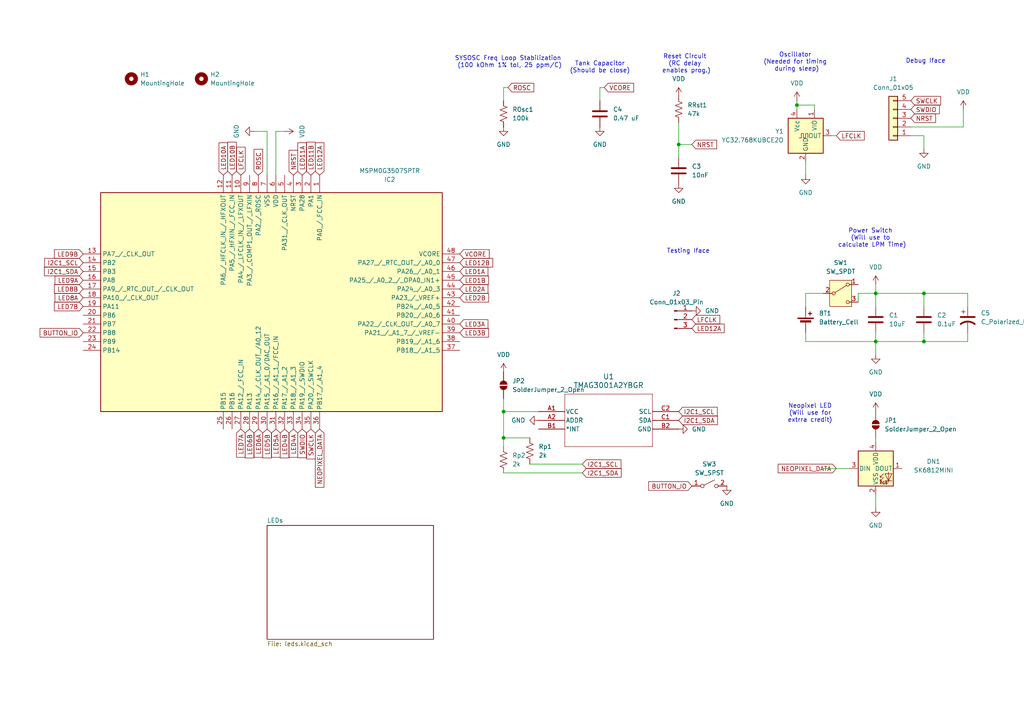
<source format=kicad_sch>
(kicad_sch (version 20250114) (generator "eeschema") (generator_version "9.0")
  (paper "A4")
  (lib_symbols
    (symbol "Connector:Conn_01x03_Pin" (pin_names (offset 1.016) (hide yes))
      (property "Reference" "J" (at 0 5.08 0))
      (property "Value" "Conn_01x03_Pin" (at 0 -5.08 0))
      (symbol "Conn_01x03_Pin_1_1"
        (rectangle (start 0.8636 2.667) (end 0 2.413) (stroke (width 0.1524)) (fill (type outline)))
        (rectangle (start 0.8636 0.127) (end 0 -0.127) (stroke (width 0.1524)) (fill (type outline)))
        (rectangle (start 0.8636 -2.413) (end 0 -2.667) (stroke (width 0.1524)) (fill (type outline)))
        (polyline (pts (xy 1.27 2.54) (xy 0.8636 2.54)) (stroke (width 0.1524)))
        (polyline (pts (xy 1.27 0) (xy 0.8636 0)) (stroke (width 0.1524)))
        (polyline (pts (xy 1.27 -2.54) (xy 0.8636 -2.54)) (stroke (width 0.1524)))
        (pin passive line (at 5.08 2.54 180) (length 3.81) (name "Pin_1") (number "1"))
        (pin passive line (at 5.08 0 180) (length 3.81) (name "Pin_2") (number "2"))
        (pin passive line (at 5.08 -2.54 180) (length 3.81) (name "Pin_3") (number "3"))
      )
    )
    (symbol "Connector_Generic:Conn_01x05" (pin_names (offset 1.016) (hide yes))
      (property "Reference" "J" (at 0 7.62 0))
      (property "Value" "Conn_01x05" (at 0 -7.62 0))
      (symbol "Conn_01x05_1_1"
        (rectangle (start -1.27 6.35) (end 1.27 -6.35) (stroke (width 0.254)) (fill (type background)))
        (rectangle (start -1.27 5.207) (end 0 4.953) (stroke (width 0.1524)))
        (rectangle (start -1.27 2.667) (end 0 2.413) (stroke (width 0.1524)))
        (rectangle (start -1.27 0.127) (end 0 -0.127) (stroke (width 0.1524)))
        (rectangle (start -1.27 -2.413) (end 0 -2.667) (stroke (width 0.1524)))
        (rectangle (start -1.27 -4.953) (end 0 -5.207) (stroke (width 0.1524)))
        (pin passive line (at -5.08 5.08 0) (length 3.81) (name "Pin_1") (number "1"))
        (pin passive line (at -5.08 2.54 0) (length 3.81) (name "Pin_2") (number "2"))
        (pin passive line (at -5.08 0 0) (length 3.81) (name "Pin_3") (number "3"))
        (pin passive line (at -5.08 -2.54 0) (length 3.81) (name "Pin_4") (number "4"))
        (pin passive line (at -5.08 -5.08 0) (length 3.81) (name "Pin_5") (number "5"))
      )
    )
    (symbol "Device:Battery_Cell" (pin_numbers (hide yes)) (pin_names (offset 0) (hide yes))
      (property "Reference" "BT" (at 2.54 2.54 0))
      (property "Value" "Battery_Cell" (at 2.54 0 0))
      (symbol "Battery_Cell_0_1"
        (rectangle (start -2.286 1.778) (end 2.286 1.524) (fill (type outline)))
        (rectangle (start -1.524 1.016) (end 1.524 0.508) (fill (type outline)))
        (polyline (pts (xy 0 1.778) (xy 0 2.54)))
        (polyline (pts (xy 0 0.762) (xy 0 0)))
        (polyline (pts (xy 0.762 3.048) (xy 1.778 3.048)) (stroke (width 0.254)))
        (polyline (pts (xy 1.27 3.556) (xy 1.27 2.54)) (stroke (width 0.254)))
      )
      (symbol "Battery_Cell_1_1"
        (pin passive line (at 0 5.08 270) (length 2.54) (name "+") (number "1"))
        (pin passive line (at 0 -2.54 90) (length 2.54) (name "-") (number "2"))
      )
    )
    (symbol "Device:C" (pin_numbers (hide yes)) (pin_names (offset 0.254))
      (property "Reference" "C" (at 0.635 2.54 0))
      (property "Value" "C" (at 0.635 -2.54 0))
      (symbol "C_0_1"
        (polyline (pts (xy -2.032 0.762) (xy 2.032 0.762)) (stroke (width 0.508)))
        (polyline (pts (xy -2.032 -0.762) (xy 2.032 -0.762)) (stroke (width 0.508)))
      )
      (symbol "C_1_1"
        (pin passive line (at 0 3.81 270) (length 2.794) (name "~") (number "1"))
        (pin passive line (at 0 -3.81 90) (length 2.794) (name "~") (number "2"))
      )
    )
    (symbol "Device:C_Polarized_US" (pin_numbers (hide yes)) (pin_names (offset 0.254) (hide yes))
      (property "Reference" "C" (at 0.635 2.54 0))
      (property "Value" "C_Polarized_US" (at 0.635 -2.54 0))
      (symbol "C_Polarized_US_0_1"
        (polyline (pts (xy -2.032 0.762) (xy 2.032 0.762)) (stroke (width 0.508)))
        (polyline (pts (xy -1.778 2.286) (xy -0.762 2.286)))
        (polyline (pts (xy -1.27 1.778) (xy -1.27 2.794)))
        (arc (start -2.032 -1.27) (mid 0 -0.5572) (end 2.032 -1.27) (stroke (width 0.508)))
      )
      (symbol "C_Polarized_US_1_1"
        (pin passive line (at 0 3.81 270) (length 2.794) (name "~") (number "1"))
        (pin passive line (at 0 -3.81 90) (length 3.302) (name "~") (number "2"))
      )
    )
    (symbol "Device:R_US" (pin_numbers (hide yes)) (pin_names (offset 0))
      (property "Reference" "R" (at 2.54 0 90))
      (property "Value" "R_US" (at -2.54 0 90))
      (symbol "R_US_0_1"
        (polyline (pts (xy 0 2.286) (xy 0 2.54)))
        (polyline (pts (xy 0 2.286) (xy 1.016 1.905) (xy 0 1.524) (xy -1.016 1.143) (xy 0 0.762)))
        (polyline (pts (xy 0 0.762) (xy 1.016 0.381) (xy 0 0) (xy -1.016 -0.381) (xy 0 -0.762)))
        (polyline (pts (xy 0 -0.762) (xy 1.016 -1.143) (xy 0 -1.524) (xy -1.016 -1.905) (xy 0 -2.286)))
        (polyline (pts (xy 0 -2.286) (xy 0 -2.54)))
      )
      (symbol "R_US_1_1"
        (pin passive line (at 0 3.81 270) (length 1.27) (name "~") (number "1"))
        (pin passive line (at 0 -3.81 90) (length 1.27) (name "~") (number "2"))
      )
    )
    (symbol "ELEC327-Kicad:MSPM0G3507SPTR"
      (property "Reference" "IC" (at 69.85 40.64 0))
      (property "Value" "MSPM0G3507SPTR" (at 69.85 38.1 0))
      (symbol "MSPM0G3507SPTR_1_1"
        (rectangle (start 5.08 35.56) (end 68.58 -63.5) (stroke (width 0.254)) (fill (type background)))
        (pin passive line (at 0 0 0) (length 5.08) (name "PA0_/_FCC_IN") (number "1"))
        (pin passive line (at 0 -2.54 0) (length 5.08) (name "PA1") (number "2"))
        (pin passive line (at 0 -5.08 0) (length 5.08) (name "PA28") (number "3"))
        (pin passive line (at 0 -7.62 0) (length 5.08) (name "NRST") (number "4"))
        (pin passive line (at 0 -10.16 0) (length 5.08) (name "PA31_/_CLK_OUT") (number "5"))
        (pin passive line (at 0 -12.7 0) (length 5.08) (name "VDD") (number "6"))
        (pin passive line (at 0 -15.24 0) (length 5.08) (name "VSS") (number "7"))
        (pin passive line (at 0 -17.78 0) (length 5.08) (name "PA2_/_ROSC") (number "8"))
        (pin passive line (at 0 -20.32 0) (length 5.08) (name "PA3_/_COMP1_OUT_/_LFXIN") (number "9"))
        (pin passive line (at 0 -22.86 0) (length 5.08) (name "PA4_/_LFCLK_IN_/_LFXOUT") (number "10"))
        (pin passive line (at 0 -25.4 0) (length 5.08) (name "PA5_/_HFXIN_/_FCC_IN") (number "11"))
        (pin passive line (at 0 -27.94 0) (length 5.08) (name "PA6_/_HFCLK_IN_/_HFXOUT") (number "12"))
        (pin passive line (at 22.86 40.64 270) (length 5.08) (name "VCORE") (number "48"))
        (pin passive line (at 22.86 -68.58 90) (length 5.08) (name "PA7_/_CLK_OUT") (number "13"))
        (pin passive line (at 25.4 40.64 270) (length 5.08) (name "PA27_/_RTC_OUT_/_A0_0") (number "47"))
        (pin passive line (at 25.4 -68.58 90) (length 5.08) (name "PB2") (number "14"))
        (pin passive line (at 27.94 40.64 270) (length 5.08) (name "PA26_/_A0_1") (number "46"))
        (pin passive line (at 27.94 -68.58 90) (length 5.08) (name "PB3") (number "15"))
        (pin passive line (at 30.48 40.64 270) (length 5.08) (name "PA25_/_A0_2_/_OPA0_IN1+") (number "45"))
        (pin passive line (at 30.48 -68.58 90) (length 5.08) (name "PA8") (number "16"))
        (pin passive line (at 33.02 40.64 270) (length 5.08) (name "PA24_/_A0_3") (number "44"))
        (pin passive line (at 33.02 -68.58 90) (length 5.08) (name "PA9_/_RTC_OUT_/_CLK_OUT") (number "17"))
        (pin passive line (at 35.56 40.64 270) (length 5.08) (name "PA23_/_VREF+") (number "43"))
        (pin passive line (at 35.56 -68.58 90) (length 5.08) (name "PA10_/_CLK_OUT") (number "18"))
        (pin passive line (at 38.1 40.64 270) (length 5.08) (name "PB24_/_A0_5") (number "42"))
        (pin passive line (at 38.1 -68.58 90) (length 5.08) (name "PA11") (number "19"))
        (pin passive line (at 40.64 40.64 270) (length 5.08) (name "PB20_/_A0_6") (number "41"))
        (pin passive line (at 40.64 -68.58 90) (length 5.08) (name "PB6") (number "20"))
        (pin passive line (at 43.18 40.64 270) (length 5.08) (name "PA22_/_CLK_OUT_/_A0_7") (number "40"))
        (pin passive line (at 43.18 -68.58 90) (length 5.08) (name "PB7") (number "21"))
        (pin passive line (at 45.72 40.64 270) (length 5.08) (name "PA21_/_A1_7_/_VREF-") (number "39"))
        (pin passive line (at 45.72 -68.58 90) (length 5.08) (name "PB8") (number "22"))
        (pin passive line (at 48.26 40.64 270) (length 5.08) (name "PB19_/_A1_6") (number "38"))
        (pin passive line (at 48.26 -68.58 90) (length 5.08) (name "PB9") (number "23"))
        (pin passive line (at 50.8 40.64 270) (length 5.08) (name "PB18_/_A1_5") (number "37"))
        (pin passive line (at 50.8 -68.58 90) (length 5.08) (name "PB14") (number "24"))
        (pin passive line (at 73.66 0 180) (length 5.08) (name "PB17_/_A1_4") (number "36"))
        (pin passive line (at 73.66 -2.54 180) (length 5.08) (name "PA20_/_SWCLK") (number "35"))
        (pin passive line (at 73.66 -5.08 180) (length 5.08) (name "PA19_/_SWDIO") (number "34"))
        (pin passive line (at 73.66 -7.62 180) (length 5.08) (name "PA18_/_A1_3") (number "33"))
        (pin passive line (at 73.66 -10.16 180) (length 5.08) (name "PA17_/_A1_2") (number "32"))
        (pin passive line (at 73.66 -12.7 180) (length 5.08) (name "PA16_/_A1_1_/FCC_IN") (number "31"))
        (pin passive line (at 73.66 -15.24 180) (length 5.08) (name "PA15_/_A1_0/DAC_OUT") (number "30"))
        (pin passive line (at 73.66 -17.78 180) (length 5.08) (name "PA14_/_CLK_OUT_/A0_12") (number "29"))
        (pin passive line (at 73.66 -20.32 180) (length 5.08) (name "PA13") (number "28"))
        (pin passive line (at 73.66 -22.86 180) (length 5.08) (name "PA12_/_FCC_IN") (number "27"))
        (pin passive line (at 73.66 -25.4 180) (length 5.08) (name "PB16") (number "26"))
        (pin passive line (at 73.66 -27.94 180) (length 5.08) (name "PB15") (number "25"))
      )
    )
    (symbol "ELEC327-Kicad:TMAG3001A2YBGR" (pin_names (offset 0.254))
      (property "Reference" "U" (at 20.32 10.16 0))
      (property "Value" "TMAG3001A2YBGR" (at 20.32 7.62 0))
      (symbol "TMAG3001A2YBGR_0_1"
        (polyline (pts (xy 7.62 5.08) (xy 7.62 -10.16)) (stroke (width 0.127)))
        (polyline (pts (xy 7.62 -10.16) (xy 33.02 -10.16)) (stroke (width 0.127)))
        (polyline (pts (xy 33.02 5.08) (xy 7.62 5.08)) (stroke (width 0.127)))
        (polyline (pts (xy 33.02 -10.16) (xy 33.02 5.08)) (stroke (width 0.127)))
        (pin power_in line (at 0 0 0) (length 7.62) (name "VCC") (number "A1"))
        (pin input line (at 0 -2.54 0) (length 7.62) (name "ADDR") (number "A2"))
        (pin bidirectional line (at 0 -5.08 0) (length 7.62) (name "*INT") (number "B1"))
        (pin bidirectional line (at 40.64 0 180) (length 7.62) (name "SCL") (number "C2"))
        (pin bidirectional line (at 40.64 -2.54 180) (length 7.62) (name "SDA") (number "C1"))
        (pin power_out line (at 40.64 -5.08 180) (length 7.62) (name "GND") (number "B2"))
      )
    )
    (symbol "Jumper:SolderJumper_2_Open" (pin_numbers (hide yes)) (pin_names (offset 0) (hide yes)) (in_bom no)
      (property "Reference" "JP" (at 0 2.032 0))
      (property "Value" "SolderJumper_2_Open" (at 0 -2.54 0))
      (symbol "SolderJumper_2_Open_0_1"
        (polyline (pts (xy -0.254 1.016) (xy -0.254 -1.016)))
        (arc (start -0.254 -1.016) (mid -1.2656 0) (end -0.254 1.016))
        (arc (start -0.254 -1.016) (mid -1.2656 0) (end -0.254 1.016) (fill (type outline)))
        (arc (start 0.254 1.016) (mid 1.2656 0) (end 0.254 -1.016))
        (arc (start 0.254 1.016) (mid 1.2656 0) (end 0.254 -1.016) (fill (type outline)))
        (polyline (pts (xy 0.254 1.016) (xy 0.254 -1.016)))
      )
      (symbol "SolderJumper_2_Open_1_1"
        (pin passive line (at -3.81 0 0) (length 2.54) (name "A") (number "1"))
        (pin passive line (at 3.81 0 180) (length 2.54) (name "B") (number "2"))
      )
    )
    (symbol "LED:SK6812MINI" (pin_names (offset 0.254))
      (property "Reference" "D" (at 5.08 5.715 0))
      (property "Value" "SK6812MINI" (at 1.27 -5.715 0))
      (symbol "SK6812MINI_0_0"
        (text "RGB" (at 2.286 -4.191 0) (effects (font (size 0.762 0.762))))
      )
      (symbol "SK6812MINI_0_1"
        (polyline (pts (xy 1.27 -2.54) (xy 1.778 -2.54)))
        (polyline (pts (xy 1.27 -3.556) (xy 1.778 -3.556)))
        (polyline (pts (xy 2.286 -1.524) (xy 1.27 -2.54) (xy 1.27 -2.032)))
        (polyline (pts (xy 2.286 -2.54) (xy 1.27 -3.556) (xy 1.27 -3.048)))
        (polyline (pts (xy 3.683 -1.016) (xy 3.683 -3.556) (xy 3.683 -4.064)))
        (polyline (pts (xy 4.699 -1.524) (xy 2.667 -1.524) (xy 3.683 -3.556) (xy 4.699 -1.524)))
        (polyline (pts (xy 4.699 -3.556) (xy 2.667 -3.556)))
        (rectangle (start 5.08 5.08) (end -5.08 -5.08) (stroke (width 0.254)) (fill (type background)))
      )
      (symbol "SK6812MINI_1_1"
        (pin input line (at -7.62 0 0) (length 2.54) (name "DIN") (number "3"))
        (pin power_in line (at 0 7.62 270) (length 2.54) (name "VDD") (number "4"))
        (pin power_in line (at 0 -7.62 90) (length 2.54) (name "VSS") (number "2"))
        (pin output line (at 7.62 0 180) (length 2.54) (name "DOUT") (number "1"))
      )
    )
    (symbol "Mechanical:MountingHole" (pin_names (offset 1.016)) (in_bom no)
      (property "Reference" "H" (at 0 5.08 0))
      (property "Value" "MountingHole" (at 0 3.175 0))
      (symbol "MountingHole_0_1"
        (circle (center 0 0) (radius 1.27) (stroke (width 1.27)))
      )
    )
    (symbol "Oscillator:SG-3030CM"
      (property "Reference" "Y" (at -5.08 -6.35 0))
      (property "Value" "SG-3030CM" (at 1.27 -6.35 0))
      (symbol "SG-3030CM_0_1"
        (rectangle (start -5.08 5.08) (end 5.08 -5.08) (stroke (width 0.254)) (fill (type background)))
        (polyline (pts (xy -1.905 -0.635) (xy -1.27 -0.635) (xy -1.27 0.635) (xy -0.635 0.635) (xy -0.635 -0.635) (xy 0 -0.635) (xy 0 0.635) (xy 0.635 0.635) (xy 0.635 -0.635)))
      )
      (symbol "SG-3030CM_1_1"
        (pin power_in line (at -2.54 7.62 270) (length 2.54) (name "Vcc") (number "4"))
        (pin power_in line (at 0 -7.62 90) (length 2.54) (name "GND") (number "2"))
        (pin power_in line (at 2.54 7.62 270) (length 2.54) (name "VIO") (number "1"))
        (pin output line (at 7.62 0 180) (length 2.54) (name "OUT") (number "3"))
      )
    )
    (symbol "Switch:SW_SPDT" (pin_names (offset 0) (hide yes))
      (property "Reference" "SW" (at 0 5.08 0))
      (property "Value" "SW_SPDT" (at 0 -5.08 0))
      (symbol "SW_SPDT_0_1"
        (circle (center -2.032 0) (radius 0.4572))
        (polyline (pts (xy -1.651 0.254) (xy 1.651 2.286)))
        (circle (center 2.032 2.54) (radius 0.4572))
        (circle (center 2.032 -2.54) (radius 0.4572))
      )
      (symbol "SW_SPDT_1_1"
        (rectangle (start -3.175 3.81) (end 3.175 -3.81) (fill (type background)))
        (pin passive line (at -5.08 0 0) (length 2.54) (name "B") (number "2"))
        (pin passive line (at 5.08 2.54 180) (length 2.54) (name "A") (number "1"))
        (pin passive line (at 5.08 -2.54 180) (length 2.54) (name "C") (number "3"))
      )
    )
    (symbol "Switch:SW_SPST" (pin_names (offset 0) (hide yes))
      (property "Reference" "SW" (at 0 3.175 0))
      (property "Value" "SW_SPST" (at 0 -2.54 0))
      (symbol "SW_SPST_0_0"
        (circle (center -2.032 0) (radius 0.508))
        (polyline (pts (xy -1.524 0.254) (xy 1.524 1.778)))
        (circle (center 2.032 0) (radius 0.508))
      )
      (symbol "SW_SPST_1_1"
        (pin passive line (at -5.08 0 0) (length 2.54) (name "A") (number "1"))
        (pin passive line (at 5.08 0 180) (length 2.54) (name "B") (number "2"))
      )
    )
    (symbol "power:GND" (power) (pin_numbers (hide yes)) (pin_names (offset 0) (hide yes))
      (property "Value" "GND" (at 0 -3.81 0))
      (symbol "GND_0_1"
        (polyline (pts (xy 0 0) (xy 0 -1.27) (xy 1.27 -1.27) (xy 0 -2.54) (xy -1.27 -1.27) (xy 0 -1.27)))
      )
      (symbol "GND_1_1"
        (pin power_in line (at 0 0 270) (length 0) (name "~") (number "1"))
      )
    )
    (symbol "power:VDD" (power) (pin_numbers (hide yes)) (pin_names (offset 0) (hide yes))
      (property "Value" "VDD" (at 0 3.556 0))
      (symbol "VDD_0_1"
        (polyline (pts (xy -0.762 1.27) (xy 0 2.54)))
        (polyline (pts (xy 0 2.54) (xy 0.762 1.27)))
        (polyline (pts (xy 0 0) (xy 0 2.54)))
      )
      (symbol "VDD_1_1"
        (pin power_in line (at 0 0 90) (length 0) (name "~") (number "1"))
      )
    )
  )
  (text "Tank Capacitor\n(Should be close)" (at 173.99 19.558 0) (effects (font (size 1.27 1.27))))
  (text "Oscillator\n(Needed for timing\n during sleep)" (at 230.632 18.034 0) (effects (font (size 1.27 1.27))))
  (text "Reset Circuit\n(RC delay\n enables prog.)" (at 198.628 18.542 0) (effects (font (size 1.27 1.27))))
  (text "Power Switch\n(Will use to\n calculate LPM Time)" (at 252.476 69.088 0) (effects (font (size 1.27 1.27))))
  (text "Debug Iface" (at 268.478 17.78 0) (effects (font (size 1.27 1.27))))
  (text "Testing Iface" (at 199.644 72.898 0) (effects (font (size 1.27 1.27))))
  (text "SYSOSC Freq Loop Stabilization \n(100 kOhm 1% tol, 25 ppm/C)" (at 147.828 18.034 0) (effects (font (size 1.27 1.27))))
  (text "Neopixel LED\n(Will use for\nextrra credit)" (at 234.95 119.888 0) (effects (font (size 1.27 1.27))))
  (junction (at 267.97 99.06))
  (junction (at 254 85.09))
  (junction (at 146.05 127))
  (junction (at 254 99.06))
  (junction (at 267.97 85.09))
  (junction (at 196.85 41.91))
  (junction (at 146.05 119.38))
  (junction (at 231.14 30.48))
  (wire (pts (xy 280.67 85.09) (xy 280.67 88.9)))
  (wire (pts (xy 254 82.55) (xy 254 85.09)))
  (wire (pts (xy 233.68 85.09) (xy 233.68 88.9)))
  (wire (pts (xy 254 128.27) (xy 254 127)))
  (wire (pts (xy 254 143.51) (xy 254 147.32)))
  (wire (pts (xy 248.92 85.09) (xy 248.92 87.63)))
  (wire (pts (xy 267.97 99.06) (xy 267.97 96.52)))
  (wire (pts (xy 80.01 50.8) (xy 80.01 38.1)))
  (wire (pts (xy 156.21 119.38) (xy 146.05 119.38)))
  (wire (pts (xy 80.01 38.1) (xy 82.55 38.1)))
  (wire (pts (xy 173.99 25.4) (xy 175.26 25.4)))
  (wire (pts (xy 264.16 39.37) (xy 267.97 39.37)))
  (wire (pts (xy 231.14 30.48) (xy 236.22 30.48)))
  (wire (pts (xy 231.14 30.48) (xy 231.14 31.75)))
  (wire (pts (xy 173.99 25.4) (xy 173.99 29.21)))
  (wire (pts (xy 236.22 30.48) (xy 236.22 31.75)))
  (wire (pts (xy 231.14 29.21) (xy 231.14 30.48)))
  (wire (pts (xy 233.68 99.06) (xy 254 99.06)))
  (wire (pts (xy 242.57 39.37) (xy 241.3 39.37)))
  (wire (pts (xy 267.97 85.09) (xy 267.97 88.9)))
  (wire (pts (xy 153.67 134.62) (xy 168.91 134.62)))
  (wire (pts (xy 279.4 31.75) (xy 279.4 36.83)))
  (wire (pts (xy 233.68 96.52) (xy 233.68 99.06)))
  (wire (pts (xy 146.05 137.16) (xy 168.91 137.16)))
  (wire (pts (xy 254 96.52) (xy 254 99.06)))
  (wire (pts (xy 146.05 127) (xy 146.05 129.54)))
  (wire (pts (xy 77.47 38.1) (xy 77.47 50.8)))
  (wire (pts (xy 279.4 36.83) (xy 264.16 36.83)))
  (wire (pts (xy 146.05 29.21) (xy 146.05 25.4)))
  (wire (pts (xy 280.67 99.06) (xy 267.97 99.06)))
  (wire (pts (xy 254 85.09) (xy 267.97 85.09)))
  (wire (pts (xy 146.05 119.38) (xy 146.05 115.57)))
  (wire (pts (xy 280.67 96.52) (xy 280.67 99.06)))
  (wire (pts (xy 153.67 127) (xy 146.05 127)))
  (wire (pts (xy 246.38 135.89) (xy 238.76 135.89)))
  (wire (pts (xy 267.97 85.09) (xy 280.67 85.09)))
  (wire (pts (xy 267.97 39.37) (xy 267.97 43.18)))
  (wire (pts (xy 146.05 119.38) (xy 146.05 127)))
  (wire (pts (xy 200.66 41.91) (xy 196.85 41.91)))
  (wire (pts (xy 196.85 35.56) (xy 196.85 41.91)))
  (wire (pts (xy 254 99.06) (xy 267.97 99.06)))
  (wire (pts (xy 254 99.06) (xy 254 102.87)))
  (wire (pts (xy 233.68 50.8) (xy 233.68 46.99)))
  (wire (pts (xy 254 85.09) (xy 254 88.9)))
  (wire (pts (xy 146.05 25.4) (xy 147.32 25.4)))
  (wire (pts (xy 233.68 85.09) (xy 238.76 85.09)))
  (wire (pts (xy 73.66 38.1) (xy 77.47 38.1)))
  (wire (pts (xy 196.85 41.91) (xy 196.85 45.72)))
  (wire (pts (xy 248.92 85.09) (xy 254 85.09)))
  (global_label "LED11B" (shape input) (at 90.17 50.8 90) (property "Intersheetrefs" "${INTERSHEET_REFS}" (effects (hide yes))))
  (global_label "LFCLK" (shape input) (at 200.66 92.71 0) (property "Intersheetrefs" "${INTERSHEET_REFS}" (effects (hide yes))))
  (global_label "LED7A" (shape input) (at 69.85 124.46 270) (property "Intersheetrefs" "${INTERSHEET_REFS}" (effects (hide yes))))
  (global_label "LED7B" (shape input) (at 24.13 88.9 180) (property "Intersheetrefs" "${INTERSHEET_REFS}" (effects (hide yes))))
  (global_label "LED2A" (shape input) (at 133.35 83.82 0) (property "Intersheetrefs" "${INTERSHEET_REFS}" (effects (hide yes))))
  (global_label "I2C1_SCL" (shape input) (at 168.91 134.62 0) (property "Intersheetrefs" "${INTERSHEET_REFS}" (effects (hide yes))))
  (global_label "LED11A" (shape input) (at 87.63 50.8 90) (property "Intersheetrefs" "${INTERSHEET_REFS}" (effects (hide yes))))
  (global_label "SWDIO" (shape input) (at 87.63 124.46 270) (property "Intersheetrefs" "${INTERSHEET_REFS}" (effects (hide yes))))
  (global_label "LED10B" (shape input) (at 67.31 50.8 90) (property "Intersheetrefs" "${INTERSHEET_REFS}" (effects (hide yes))))
  (global_label "LED12A" (shape input) (at 200.66 95.25 0) (property "Intersheetrefs" "${INTERSHEET_REFS}" (effects (hide yes))))
  (global_label "LFCLK" (shape input) (at 242.57 39.37 0) (property "Intersheetrefs" "${INTERSHEET_REFS}" (effects (hide yes))))
  (global_label "SWCLK" (shape input) (at 264.16 29.21 0) (property "Intersheetrefs" "${INTERSHEET_REFS}" (effects (hide yes))))
  (global_label "LED1B" (shape input) (at 133.35 81.28 0) (property "Intersheetrefs" "${INTERSHEET_REFS}" (effects (hide yes))))
  (global_label "LED8A" (shape input) (at 24.13 86.36 180) (property "Intersheetrefs" "${INTERSHEET_REFS}" (effects (hide yes))))
  (global_label "NEOPIXEL_DATA" (shape input) (at 242.57 135.89 180) (property "Intersheetrefs" "${INTERSHEET_REFS}" (effects (hide yes))))
  (global_label "NRST" (shape input) (at 200.66 41.91 0) (property "Intersheetrefs" "${INTERSHEET_REFS}" (effects (hide yes))))
  (global_label "I2C1_SDA" (shape input) (at 168.91 137.16 0) (property "Intersheetrefs" "${INTERSHEET_REFS}" (effects (hide yes))))
  (global_label "LED2B" (shape input) (at 133.35 86.36 0) (property "Intersheetrefs" "${INTERSHEET_REFS}" (effects (hide yes))))
  (global_label "LED5A" (shape input) (at 80.01 124.46 270) (property "Intersheetrefs" "${INTERSHEET_REFS}" (effects (hide yes))))
  (global_label "LED12A" (shape input) (at 92.71 50.8 90) (property "Intersheetrefs" "${INTERSHEET_REFS}" (effects (hide yes))))
  (global_label "LED12B" (shape input) (at 133.35 76.2 0) (property "Intersheetrefs" "${INTERSHEET_REFS}" (effects (hide yes))))
  (global_label "LED8B" (shape input) (at 24.13 83.82 180) (property "Intersheetrefs" "${INTERSHEET_REFS}" (effects (hide yes))))
  (global_label "SWCLK" (shape input) (at 90.17 124.46 270) (property "Intersheetrefs" "${INTERSHEET_REFS}" (effects (hide yes))))
  (global_label "ROSC" (shape input) (at 147.32 25.4 0) (property "Intersheetrefs" "${INTERSHEET_REFS}" (effects (hide yes))))
  (global_label "I2C1_SDA" (shape input) (at 24.13 78.74 180) (property "Intersheetrefs" "${INTERSHEET_REFS}" (effects (hide yes))))
  (global_label "NRST" (shape input) (at 85.09 50.8 90) (property "Intersheetrefs" "${INTERSHEET_REFS}" (effects (hide yes))))
  (global_label "LED3A" (shape input) (at 133.35 93.98 0) (property "Intersheetrefs" "${INTERSHEET_REFS}" (effects (hide yes))))
  (global_label "LED4B" (shape input) (at 82.55 124.46 270) (property "Intersheetrefs" "${INTERSHEET_REFS}" (effects (hide yes))))
  (global_label "BUTTON_IO" (shape input) (at 24.13 96.52 180) (property "Intersheetrefs" "${INTERSHEET_REFS}" (effects (hide yes))))
  (global_label "LED5B" (shape input) (at 77.47 124.46 270) (property "Intersheetrefs" "${INTERSHEET_REFS}" (effects (hide yes))))
  (global_label "LED6B" (shape input) (at 72.39 124.46 270) (property "Intersheetrefs" "${INTERSHEET_REFS}" (effects (hide yes))))
  (global_label "LED6A" (shape input) (at 74.93 124.46 270) (property "Intersheetrefs" "${INTERSHEET_REFS}" (effects (hide yes))))
  (global_label "LED4A" (shape input) (at 85.09 124.46 270) (property "Intersheetrefs" "${INTERSHEET_REFS}" (effects (hide yes))))
  (global_label "NRST" (shape input) (at 264.16 34.29 0) (property "Intersheetrefs" "${INTERSHEET_REFS}" (effects (hide yes))))
  (global_label "LED1A" (shape input) (at 133.35 78.74 0) (property "Intersheetrefs" "${INTERSHEET_REFS}" (effects (hide yes))))
  (global_label "ROSC" (shape input) (at 74.93 50.8 90) (property "Intersheetrefs" "${INTERSHEET_REFS}" (effects (hide yes))))
  (global_label "SWDIO" (shape input) (at 264.16 31.75 0) (property "Intersheetrefs" "${INTERSHEET_REFS}" (effects (hide yes))))
  (global_label "I2C1_SCL" (shape input) (at 196.85 119.38 0) (property "Intersheetrefs" "${INTERSHEET_REFS}" (effects (hide yes))))
  (global_label "VCORE" (shape input) (at 133.35 73.66 0) (property "Intersheetrefs" "${INTERSHEET_REFS}" (effects (hide yes))))
  (global_label "I2C1_SCL" (shape input) (at 24.13 76.2 180) (property "Intersheetrefs" "${INTERSHEET_REFS}" (effects (hide yes))))
  (global_label "LED10A" (shape input) (at 64.77 50.8 90) (property "Intersheetrefs" "${INTERSHEET_REFS}" (effects (hide yes))))
  (global_label "LED3B" (shape input) (at 133.35 96.52 0) (property "Intersheetrefs" "${INTERSHEET_REFS}" (effects (hide yes))))
  (global_label "BUTTON_IO" (shape input) (at 200.66 140.97 180) (property "Intersheetrefs" "${INTERSHEET_REFS}" (effects (hide yes))))
  (global_label "I2C1_SDA" (shape input) (at 196.85 121.92 0) (property "Intersheetrefs" "${INTERSHEET_REFS}" (effects (hide yes))))
  (global_label "LED9B" (shape input) (at 24.13 73.66 180) (property "Intersheetrefs" "${INTERSHEET_REFS}" (effects (hide yes))))
  (global_label "NEOPIXEL_DATA" (shape input) (at 92.71 124.46 270) (property "Intersheetrefs" "${INTERSHEET_REFS}" (effects (hide yes))))
  (global_label "LFCLK" (shape input) (at 69.85 50.8 90) (property "Intersheetrefs" "${INTERSHEET_REFS}" (effects (hide yes))))
  (global_label "LED9A" (shape input) (at 24.13 81.28 180) (property "Intersheetrefs" "${INTERSHEET_REFS}" (effects (hide yes))))
  (global_label "VCORE" (shape input) (at 175.26 25.4 0) (property "Intersheetrefs" "${INTERSHEET_REFS}" (effects (hide yes))))
  (symbol (lib_id "power:GND") (at 210.82 140.97 0) (unit 1)
    (property "Reference" "#PWR01" (effects (hide yes)))
    (property "Value" "GND" (at 210.82 146.05 0))
    (property "Description" "Power symbol creates a global label with name \"GND\" , ground" (effects (hide yes)))
  )
  (symbol (lib_id "power:VDD") (at 279.4 31.75 0) (unit 1)
    (property "Reference" "#PWR015" (effects (hide yes)))
    (property "Value" "VDD" (at 279.4 26.67 0))
    (property "Description" "Power symbol creates a global label with name \"VDD\"" (effects (hide yes)))
  )
  (symbol (lib_id "power:VDD") (at 146.05 107.95 0) (unit 1)
    (property "Reference" "#PWR014" (effects (hide yes)))
    (property "Value" "VDD" (at 146.05 102.87 0))
    (property "Description" "Power symbol creates a global label with name \"VDD\"" (effects (hide yes)))
  )
  (symbol (lib_id "ELEC327-Kicad:TMAG3001A2YBGR") (at 156.21 119.38 0) (unit 1)
    (property "Reference" "U1" (at 176.53 109.22 0) (effects (font (size 1.524 1.524))))
    (property "Value" "TMAG3001A2YBGR" (at 176.53 111.76 0) (effects (font (size 1.524 1.524))))
    (property "Footprint" "ELEC327-Kicad:DSBGA6_YBG_TEX" (effects (hide yes)))
    (property "Datasheet" "https://www.ti.com/lit/gpn/tmag3001" (effects (hide yes)))
    (property "MPN" "C31115089" (effects (hide yes)))
  )
  (symbol (lib_id "Switch:SW_SPDT") (at 243.84 85.09 0) (unit 1)
    (property "Reference" "SW1" (at 243.84 76.2 0))
    (property "Value" "SW_SPDT" (at 243.84 78.74 0))
    (property "Footprint" "ELEC327-Kicad:SW_EG1270" (effects (hide yes)))
    (property "Description" "Switch, single pole double throw" (effects (hide yes)))
    (property "MPN" "C20611678" (effects (hide yes)))
  )
  (symbol (lib_id "power:VDD") (at 82.55 38.1 270) (unit 1)
    (property "Reference" "#PWR018" (effects (hide yes)))
    (property "Value" "VDD" (at 87.63 38.1 0))
    (property "Description" "Power symbol creates a global label with name \"VDD\"" (effects (hide yes)))
  )
  (symbol (lib_id "Mechanical:MountingHole") (at 58.42 22.86 0) (unit 1) (in_bom no)
    (property "Reference" "H2" (at 60.96 21.5899 0) (effects (justify left)))
    (property "Value" "MountingHole" (at 60.96 24.1299 0) (effects (justify left)))
    (property "Footprint" "MountingHole:MountingHole_2.1mm" (effects (hide yes)))
    (property "Description" "Mounting Hole without connection" (effects (hide yes)))
  )
  (symbol (lib_id "Mechanical:MountingHole") (at 38.1 22.86 0) (unit 1) (in_bom no)
    (property "Reference" "H1" (at 40.64 21.5899 0) (effects (justify left)))
    (property "Value" "MountingHole" (at 40.64 24.1299 0) (effects (justify left)))
    (property "Footprint" "MountingHole:MountingHole_2.1mm" (effects (hide yes)))
    (property "Description" "Mounting Hole without connection" (effects (hide yes)))
  )
  (symbol (lib_id "Device:R_US") (at 146.05 33.02 180) (unit 1)
    (property "Reference" "ROsc1" (at 148.59 31.7499 0) (effects (justify right)))
    (property "Value" "100k" (at 148.59 34.2899 0) (effects (justify right)))
    (property "Footprint" "Resistor_SMD:R_0402_1005Metric" (effects (hide yes)))
    (property "Description" "Resistor, US symbol" (effects (hide yes)))
  )
  (symbol (lib_id "power:GND") (at 254 147.32 0) (unit 1)
    (property "Reference" "#PWR021" (effects (hide yes)))
    (property "Value" "GND" (at 254 152.4 0))
    (property "Description" "Power symbol creates a global label with name \"GND\" , ground" (effects (hide yes)))
  )
  (symbol (lib_id "Connector:Conn_01x03_Pin") (at 195.58 92.71 0) (unit 1)
    (property "Reference" "J2" (at 196.215 85.09 0))
    (property "Value" "Conn_01x03_Pin" (at 196.215 87.63 0))
    (property "Footprint" "Connector_PinHeader_2.54mm:PinHeader_1x03_P2.54mm_Horizontal" (effects (hide yes)))
    (property "Description" "Generic connector, single row, 01x03, script generated" (effects (hide yes)))
    (property "MPN" "C42431830" (effects (hide yes)))
  )
  (symbol (lib_id "Device:R_US") (at 196.85 31.75 180) (unit 1)
    (property "Reference" "RRst1" (at 199.39 30.4799 0) (effects (justify right)))
    (property "Value" "47k" (at 199.39 33.0199 0) (effects (justify right)))
    (property "Footprint" "Resistor_SMD:R_0402_1005Metric" (effects (hide yes)))
    (property "Description" "Resistor, US symbol" (effects (hide yes)))
  )
  (symbol (lib_id "Device:C") (at 196.85 49.53 0) (unit 1)
    (property "Reference" "C3" (at 200.66 48.2599 0) (effects (justify left)))
    (property "Value" "10nF" (at 200.66 50.7999 0) (effects (justify left)))
    (property "Footprint" "Capacitor_SMD:C_0402_1005Metric" (effects (hide yes)))
    (property "Description" "Unpolarized capacitor" (effects (hide yes)))
  )
  (symbol (lib_id "Device:C") (at 173.99 33.02 0) (unit 1)
    (property "Reference" "C4" (at 177.8 31.7499 0) (effects (justify left)))
    (property "Value" "0.47 uF" (at 177.8 34.2899 0) (effects (justify left)))
    (property "Footprint" "Capacitor_SMD:C_0603_1608Metric_Pad1.08x0.95mm_HandSolder" (effects (hide yes)))
    (property "Description" "Unpolarized capacitor" (effects (hide yes)))
  )
  (symbol (lib_id "Jumper:SolderJumper_2_Open") (at 146.05 111.76 90) (unit 1) (in_bom no)
    (property "Reference" "JP2" (at 148.59 110.4899 90) (effects (justify right)))
    (property "Value" "SolderJumper_2_Open" (at 148.59 113.0299 90) (effects (justify right)))
    (property "Footprint" "Jumper:SolderJumper-2_P1.3mm_Open_TrianglePad1.0x1.5mm" (effects (hide yes)))
    (property "Description" "Solder Jumper, 2-pole, open" (effects (hide yes)))
  )
  (symbol (lib_id "ELEC327-Kicad:MSPM0G3507SPTR") (at 92.71 50.8 270) (unit 1)
    (property "Reference" "IC2" (at 113.03 52.07 90))
    (property "Value" "MSPM0G3507SPTR" (at 113.03 49.53 90))
    (property "Footprint" "Package_QFP:LQFP-48_7x7mm_P0.5mm" (effects (hide yes)))
    (property "Datasheet" "https://www.ti.com/lit/ds/symlink/mspm0g3507.pdf?ts=1728847186297&ref_url=https%253A%252F%252Fwww.ti.com%252Fproduct%252FMSPM0G3507" (effects (hide yes)))
    (property "Description" "Core  Arm 32-bit Cortex-M0+ CPU with memory protection unit, frequency up to 80 MHz  Operating characteristics  Extended temperature: 40C up to 125C  Wide supply voltage range: 1.62 V to 3.6 V  Memories  Up to 128KB of flash memory with error correction code (ECC)  Up to 32KB of SRAM with hardware parity  High-performance analog peripherals  Two simultaneous sampling 12-bit 4-Msps analog-to-digital converters (ADCs) with up to 17 external channels  14-bit effective resolution" (effects (hide yes)))
    (property "Height" "1.6" (effects (hide yes)))
    (property "Mouser Part Number" "595-MSPM0G3507SPTR" (effects (hide yes)))
    (property "Mouser Price/Stock" "https://www.mouser.co.uk/ProductDetail/Texas-Instruments/MSPM0G3507SPTR?qs=ST9lo4GX8V1GEI0H4GAJcA%3D%3D" (effects (hide yes)))
    (property "Manufacturer_Name" "Texas Instruments" (effects (hide yes)))
    (property "Manufacturer_Part_Number" "MSPM0G3507SPTR" (effects (hide yes)))
    (property "MPN" "C22362630" (effects (hide yes)))
  )
  (symbol (lib_id "power:GND") (at 196.85 124.46 90) (unit 1)
    (property "Reference" "#PWR017" (effects (hide yes)))
    (property "Value" "GND" (at 200.66 124.4599 90) (effects (justify right)))
    (property "Description" "Power symbol creates a global label with name \"GND\" , ground" (effects (hide yes)))
  )
  (symbol (lib_id "Device:C") (at 254 92.71 0) (unit 1)
    (property "Reference" "C1" (at 257.81 91.4399 0) (effects (justify left)))
    (property "Value" "10uF" (at 257.81 93.9799 0) (effects (justify left)))
    (property "Footprint" "Capacitor_SMD:C_1206_3216Metric_Pad1.33x1.80mm_HandSolder" (effects (hide yes)))
    (property "Description" "Unpolarized capacitor" (effects (hide yes)))
  )
  (symbol (lib_id "Device:C_Polarized_US") (at 280.67 92.71 0) (unit 1)
    (property "Reference" "C5" (at 284.48 90.8049 0) (effects (justify left)))
    (property "Value" "C_Polarized_US" (at 284.48 93.3449 0) (effects (justify left)))
    (property "Footprint" "Capacitor_THT:CP_Radial_D8.0mm_P3.50mm" (effects (hide yes)))
    (property "Description" "Polarized capacitor, US symbol" (effects (hide yes)))
  )
  (symbol (lib_id "Device:C") (at 267.97 92.71 0) (unit 1)
    (property "Reference" "C2" (at 271.78 91.4399 0) (effects (justify left)))
    (property "Value" "0.1uF" (at 271.78 93.9799 0) (effects (justify left)))
    (property "Footprint" "Capacitor_SMD:C_0603_1608Metric_Pad1.08x0.95mm_HandSolder" (effects (hide yes)))
    (property "Description" "Unpolarized capacitor" (effects (hide yes)))
  )
  (symbol (lib_id "power:GND") (at 267.97 43.18 0) (unit 1)
    (property "Reference" "#PWR012" (effects (hide yes)))
    (property "Value" "GND" (at 267.97 48.26 0))
    (property "Description" "Power symbol creates a global label with name \"GND\" , ground" (effects (hide yes)))
  )
  (symbol (lib_id "Device:Battery_Cell") (at 233.68 93.98 0) (unit 1)
    (property "Reference" "BT1" (at 237.49 90.8684 0) (effects (justify left)))
    (property "Value" "Battery_Cell" (at 237.49 93.4084 0) (effects (justify left)))
    (property "Footprint" "Battery:BatteryHolder_Keystone_1060_1x2032" (effects (hide yes)))
    (property "Description" "Single-cell battery" (effects (hide yes)))
    (property "MPN" "C7498148" (effects (hide yes)))
  )
  (symbol (lib_id "power:GND") (at 173.99 36.83 0) (unit 1)
    (property "Reference" "#PWR08" (effects (hide yes)))
    (property "Value" "GND" (at 173.99 41.91 0))
    (property "Description" "Power symbol creates a global label with name \"GND\" , ground" (effects (hide yes)))
  )
  (symbol (lib_id "LED:SK6812MINI") (at 254 135.89 0) (unit 1)
    (property "Reference" "DN1" (at 270.764 133.858 0))
    (property "Value" "SK6812MINI" (at 270.764 136.398 0))
    (property "Footprint" "LED_SMD:LED_SK6812MINI_PLCC4_3.5x3.5mm_P1.75mm" (effects (hide yes)))
    (property "Datasheet" "https://cdn-shop.adafruit.com/product-files/2686/SK6812MINI_REV.01-1-2.pdf" (effects (hide yes)))
    (property "Description" "RGB LED with integrated controller" (effects (hide yes)))
    (property "MPN" "C2886570" (effects (hide yes)))
  )
  (symbol (lib_id "power:GND") (at 254 102.87 0) (unit 1)
    (property "Reference" "#PWR03" (effects (hide yes)))
    (property "Value" "GND" (at 254 107.95 0))
    (property "Description" "Power symbol creates a global label with name \"GND\" , ground" (effects (hide yes)))
  )
  (symbol (lib_id "Oscillator:SG-3030CM") (at 233.68 39.37 0) (unit 1)
    (property "Reference" "Y1" (at 227.33 38.0999 0) (effects (justify right)))
    (property "Value" "YC32.768KUBCE2O" (at 227.33 40.6399 0) (effects (justify right)))
    (property "Footprint" "Crystal:Crystal_SMD_3225-4Pin_3.2x2.5mm" (effects (hide yes)))
    (property "Description" "32.768kHz Crystal Oscillator (SPXO)" (effects (hide yes)))
    (property "MPN" "C52204803" (effects (hide yes)))
  )
  (symbol (lib_id "Connector_Generic:Conn_01x05") (at 259.08 34.29 180) (unit 1)
    (property "Reference" "J1" (at 259.08 22.86 0))
    (property "Value" "Conn_01x05" (at 259.08 25.4 0))
    (property "Footprint" "Connector_PinHeader_2.54mm:PinHeader_1x05_P2.54mm_Horizontal" (effects (hide yes)))
    (property "Description" "Generic connector, single row, 01x05, script generated (kicad-library-utils/schlib/autogen/connector/)" (effects (hide yes)))
    (property "MPN" "C492413" (effects (hide yes)))
  )
  (symbol (lib_id "power:GND") (at 73.66 38.1 270) (unit 1)
    (property "Reference" "#PWR019" (effects (hide yes)))
    (property "Value" "GND" (at 68.58 38.1 0))
    (property "Description" "Power symbol creates a global label with name \"GND\" , ground" (effects (hide yes)))
  )
  (symbol (lib_id "power:VDD") (at 254 82.55 0) (unit 1)
    (property "Reference" "#PWR02" (effects (hide yes)))
    (property "Value" "VDD" (at 254 77.47 0))
    (property "Description" "Power symbol creates a global label with name \"VDD\"" (effects (hide yes)))
  )
  (symbol (lib_id "Switch:SW_SPST") (at 205.74 140.97 0) (unit 1)
    (property "Reference" "SW3" (at 205.74 134.62 0))
    (property "Value" "SW_SPST" (at 205.74 137.16 0))
    (property "Footprint" "Button_Switch_SMD:SW_SPST_PTS647_Sx38" (effects (hide yes)))
    (property "Description" "Single Pole Single Throw (SPST) switch" (effects (hide yes)))
    (property "MPN" "C2799279" (effects (hide yes)))
  )
  (symbol (lib_id "Device:R_US") (at 153.67 130.81 180) (unit 1)
    (property "Reference" "Rp1" (at 156.21 129.5399 0) (effects (justify right)))
    (property "Value" "2k" (at 156.21 132.0799 0) (effects (justify right)))
    (property "Footprint" "Resistor_SMD:R_0402_1005Metric" (effects (hide yes)))
    (property "Description" "Resistor, US symbol" (effects (hide yes)))
  )
  (symbol (lib_id "Device:R_US") (at 146.05 133.35 180) (unit 1)
    (property "Reference" "Rp2" (at 148.59 132.0799 0) (effects (justify right)))
    (property "Value" "2k" (at 148.59 134.6199 0) (effects (justify right)))
    (property "Footprint" "Resistor_SMD:R_0402_1005Metric" (effects (hide yes)))
    (property "Description" "Resistor, US symbol" (effects (hide yes)))
  )
  (symbol (lib_id "Jumper:SolderJumper_2_Open") (at 254 123.19 90) (unit 1) (in_bom no)
    (property "Reference" "JP1" (at 256.54 121.9199 90) (effects (justify right)))
    (property "Value" "SolderJumper_2_Open" (at 256.54 124.4599 90) (effects (justify right)))
    (property "Footprint" "Jumper:SolderJumper-2_P1.3mm_Open_TrianglePad1.0x1.5mm" (effects (hide yes)))
    (property "Description" "Solder Jumper, 2-pole, open" (effects (hide yes)))
  )
  (symbol (lib_id "power:VDD") (at 254 119.38 0) (unit 1)
    (property "Reference" "#PWR010" (effects (hide yes)))
    (property "Value" "VDD" (at 254 114.3 0))
    (property "Description" "Power symbol creates a global label with name \"VDD\"" (effects (hide yes)))
  )
  (symbol (lib_id "power:VDD") (at 196.85 27.94 0) (unit 1)
    (property "Reference" "#PWR05" (effects (hide yes)))
    (property "Value" "VDD" (at 196.85 22.86 0))
    (property "Description" "Power symbol creates a global label with name \"VDD\"" (effects (hide yes)))
  )
  (symbol (lib_id "power:GND") (at 200.66 90.17 90) (unit 1)
    (property "Reference" "#PWR011" (effects (hide yes)))
    (property "Value" "GND" (at 204.47 90.1699 90) (effects (justify right)))
    (property "Description" "Power symbol creates a global label with name \"GND\" , ground" (effects (hide yes)))
  )
  (symbol (lib_id "power:GND") (at 233.68 50.8 0) (unit 1)
    (property "Reference" "#PWR06" (effects (hide yes)))
    (property "Value" "GND" (at 233.68 55.88 0))
    (property "Description" "Power symbol creates a global label with name \"GND\" , ground" (effects (hide yes)))
  )
  (symbol (lib_id "power:GND") (at 146.05 36.83 0) (unit 1)
    (property "Reference" "#PWR09" (effects (hide yes)))
    (property "Value" "GND" (at 146.05 41.91 0))
    (property "Description" "Power symbol creates a global label with name \"GND\" , ground" (effects (hide yes)))
  )
  (symbol (lib_id "power:VDD") (at 231.14 29.21 0) (unit 1)
    (property "Reference" "#PWR07" (effects (hide yes)))
    (property "Value" "VDD" (at 231.14 24.13 0))
    (property "Description" "Power symbol creates a global label with name \"VDD\"" (effects (hide yes)))
  )
  (symbol (lib_id "power:GND") (at 156.21 121.92 270) (unit 1)
    (property "Reference" "#PWR016" (effects (hide yes)))
    (property "Value" "GND" (at 152.4 121.9199 90) (effects (justify right)))
    (property "Description" "Power symbol creates a global label with name \"GND\" , ground" (effects (hide yes)))
  )
  (symbol (lib_id "power:GND") (at 196.85 53.34 0) (unit 1)
    (property "Reference" "#PWR04" (effects (hide yes)))
    (property "Value" "GND" (at 196.85 58.42 0))
    (property "Description" "Power symbol creates a global label with name \"GND\" , ground" (effects (hide yes)))
  )
  (sheet (at 77.47 152.4) (size 48.26 33.02) (stroke (width 0.1524))
    (property "Sheetname" "LEDs" (at 77.47 151.6884 0) (effects (justify left bottom)))
    (property "Sheetfile" "leds.kicad_sch" (at 77.47 186.0046 0) (effects (justify left top)))
  )
)
</source>
